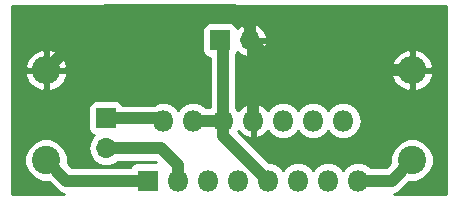
<source format=gbr>
G04 #@! TF.GenerationSoftware,KiCad,Pcbnew,(5.0.0)*
G04 #@! TF.CreationDate,2021-10-12T10:56:01+02:00*
G04 #@! TF.ProjectId,L298N,4C3239384E2E6B696361645F70636200,rev?*
G04 #@! TF.SameCoordinates,Original*
G04 #@! TF.FileFunction,Copper,L1,Top,Signal*
G04 #@! TF.FilePolarity,Positive*
%FSLAX46Y46*%
G04 Gerber Fmt 4.6, Leading zero omitted, Abs format (unit mm)*
G04 Created by KiCad (PCBNEW (5.0.0)) date 10/12/21 10:56:01*
%MOMM*%
%LPD*%
G01*
G04 APERTURE LIST*
G04 #@! TA.AperFunction,ComponentPad*
%ADD10O,2.400000X2.400000*%
G04 #@! TD*
G04 #@! TA.AperFunction,ComponentPad*
%ADD11C,2.400000*%
G04 #@! TD*
G04 #@! TA.AperFunction,ComponentPad*
%ADD12R,1.700000X1.700000*%
G04 #@! TD*
G04 #@! TA.AperFunction,ComponentPad*
%ADD13O,1.700000X1.700000*%
G04 #@! TD*
G04 #@! TA.AperFunction,ComponentPad*
%ADD14R,1.800000X1.800000*%
G04 #@! TD*
G04 #@! TA.AperFunction,ComponentPad*
%ADD15O,1.800000X1.800000*%
G04 #@! TD*
G04 #@! TA.AperFunction,Conductor*
%ADD16C,1.000000*%
G04 #@! TD*
G04 #@! TA.AperFunction,Conductor*
%ADD17C,0.254000*%
G04 #@! TD*
G04 APERTURE END LIST*
D10*
G04 #@! TO.P,R2,2*
G04 #@! TO.N,GND*
X170180000Y-94996000D03*
D11*
G04 #@! TO.P,R2,1*
G04 #@! TO.N,Net-(R2-Pad1)*
X170180000Y-102616000D03*
G04 #@! TD*
D12*
G04 #@! TO.P,J1,1*
G04 #@! TO.N,+5V*
X153924000Y-92456000D03*
D13*
G04 #@! TO.P,J1,2*
G04 #@! TO.N,GND*
X156464000Y-92456000D03*
G04 #@! TD*
D12*
G04 #@! TO.P,M1,1*
G04 #@! TO.N,Net-(M1-Pad1)*
X144272000Y-99060000D03*
D13*
G04 #@! TO.P,M1,2*
G04 #@! TO.N,Net-(M1-Pad2)*
X144272000Y-101600000D03*
G04 #@! TD*
D11*
G04 #@! TO.P,R1,1*
G04 #@! TO.N,Net-(R1-Pad1)*
X139192000Y-102616000D03*
D10*
G04 #@! TO.P,R1,2*
G04 #@! TO.N,GND*
X139192000Y-94996000D03*
G04 #@! TD*
D14*
G04 #@! TO.P,U1,1*
G04 #@! TO.N,Net-(R1-Pad1)*
X147828000Y-104343001D03*
D15*
G04 #@! TO.P,U1,2*
G04 #@! TO.N,Net-(M1-Pad1)*
X149098000Y-99263001D03*
G04 #@! TO.P,U1,3*
G04 #@! TO.N,Net-(M1-Pad2)*
X150368000Y-104343001D03*
G04 #@! TO.P,U1,4*
G04 #@! TO.N,+5V*
X151638000Y-99263001D03*
G04 #@! TO.P,U1,5*
G04 #@! TO.N,N/C*
X152908000Y-104343001D03*
G04 #@! TO.P,U1,6*
G04 #@! TO.N,+5V*
X154178000Y-99263001D03*
G04 #@! TO.P,U1,7*
G04 #@! TO.N,N/C*
X155448000Y-104343001D03*
G04 #@! TO.P,U1,8*
G04 #@! TO.N,GND*
X156718000Y-99263001D03*
G04 #@! TO.P,U1,9*
G04 #@! TO.N,+5V*
X157988000Y-104343001D03*
G04 #@! TO.P,U1,10*
G04 #@! TO.N,N/C*
X159258000Y-99263001D03*
G04 #@! TO.P,U1,11*
X160528000Y-104343001D03*
G04 #@! TO.P,U1,12*
X161798000Y-99263001D03*
G04 #@! TO.P,U1,13*
X163068000Y-104343001D03*
G04 #@! TO.P,U1,14*
X164338000Y-99263001D03*
G04 #@! TO.P,U1,15*
G04 #@! TO.N,Net-(R2-Pad1)*
X165608000Y-104343001D03*
G04 #@! TD*
D16*
G04 #@! TO.N,Net-(R1-Pad1)*
X140919001Y-104343001D02*
X139192000Y-102616000D01*
X147828000Y-104343001D02*
X140919001Y-104343001D01*
G04 #@! TO.N,Net-(M1-Pad1)*
X148894999Y-99060000D02*
X149098000Y-99263001D01*
X144272000Y-99060000D02*
X148894999Y-99060000D01*
G04 #@! TO.N,Net-(M1-Pad2)*
X150368000Y-103070209D02*
X150368000Y-104343001D01*
X148897791Y-101600000D02*
X150368000Y-103070209D01*
X144272000Y-101600000D02*
X148897791Y-101600000D01*
G04 #@! TO.N,+5V*
X157988000Y-104343001D02*
X154432000Y-100787001D01*
X154178000Y-100535793D02*
X154178000Y-99263001D01*
X154429208Y-100787001D02*
X154178000Y-100535793D01*
X154432000Y-100787001D02*
X154429208Y-100787001D01*
X151638000Y-99263001D02*
X154178000Y-99263001D01*
X154178000Y-92710000D02*
X153924000Y-92456000D01*
X154178000Y-99263001D02*
X154178000Y-92710000D01*
G04 #@! TO.N,GND*
X156718000Y-92710000D02*
X156464000Y-92456000D01*
X156718000Y-99263001D02*
X156718000Y-92710000D01*
X159004000Y-94996000D02*
X156464000Y-92456000D01*
X170180000Y-94996000D02*
X159004000Y-94996000D01*
X156464000Y-91253919D02*
X156464000Y-92456000D01*
X155126081Y-89916000D02*
X156464000Y-91253919D01*
X144272000Y-89916000D02*
X155126081Y-89916000D01*
X139192000Y-94996000D02*
X144272000Y-89916000D01*
G04 #@! TO.N,Net-(R2-Pad1)*
X168452999Y-104343001D02*
X170180000Y-102616000D01*
X165608000Y-104343001D02*
X168452999Y-104343001D01*
G04 #@! TD*
D17*
G04 #@! TO.N,GND*
G36*
X173026000Y-105462000D02*
X168645225Y-105462000D01*
X168895854Y-105412147D01*
X169271288Y-105161290D01*
X169334612Y-105066519D01*
X169950131Y-104451000D01*
X170545004Y-104451000D01*
X171219444Y-104171638D01*
X171735638Y-103655444D01*
X172015000Y-102981004D01*
X172015000Y-102250996D01*
X171735638Y-101576556D01*
X171219444Y-101060362D01*
X170545004Y-100781000D01*
X169814996Y-100781000D01*
X169140556Y-101060362D01*
X168624362Y-101576556D01*
X168345000Y-102250996D01*
X168345000Y-102845869D01*
X167982868Y-103208001D01*
X166672279Y-103208001D01*
X166206927Y-102897063D01*
X165759182Y-102808001D01*
X165456818Y-102808001D01*
X165009073Y-102897063D01*
X164501327Y-103236328D01*
X164338000Y-103480764D01*
X164174673Y-103236328D01*
X163666927Y-102897063D01*
X163219182Y-102808001D01*
X162916818Y-102808001D01*
X162469073Y-102897063D01*
X161961327Y-103236328D01*
X161798000Y-103480764D01*
X161634673Y-103236328D01*
X161126927Y-102897063D01*
X160679182Y-102808001D01*
X160376818Y-102808001D01*
X159929073Y-102897063D01*
X159421327Y-103236328D01*
X159258000Y-103480764D01*
X159094673Y-103236328D01*
X158586927Y-102897063D01*
X158139182Y-102808001D01*
X158058132Y-102808001D01*
X155418908Y-100168778D01*
X155455624Y-100113827D01*
X155810424Y-100500967D01*
X156353258Y-100754047D01*
X156591000Y-100633998D01*
X156591000Y-99390001D01*
X156571000Y-99390001D01*
X156571000Y-99136001D01*
X156591000Y-99136001D01*
X156591000Y-97892004D01*
X156845000Y-97892004D01*
X156845000Y-99136001D01*
X156865000Y-99136001D01*
X156865000Y-99390001D01*
X156845000Y-99390001D01*
X156845000Y-100633998D01*
X157082742Y-100754047D01*
X157625576Y-100500967D01*
X157980376Y-100113827D01*
X158151327Y-100369674D01*
X158659073Y-100708939D01*
X159106818Y-100798001D01*
X159409182Y-100798001D01*
X159856927Y-100708939D01*
X160364673Y-100369674D01*
X160528000Y-100125238D01*
X160691327Y-100369674D01*
X161199073Y-100708939D01*
X161646818Y-100798001D01*
X161949182Y-100798001D01*
X162396927Y-100708939D01*
X162904673Y-100369674D01*
X163068000Y-100125238D01*
X163231327Y-100369674D01*
X163739073Y-100708939D01*
X164186818Y-100798001D01*
X164489182Y-100798001D01*
X164936927Y-100708939D01*
X165444673Y-100369674D01*
X165783938Y-99861928D01*
X165903072Y-99263001D01*
X165783938Y-98664074D01*
X165444673Y-98156328D01*
X164936927Y-97817063D01*
X164489182Y-97728001D01*
X164186818Y-97728001D01*
X163739073Y-97817063D01*
X163231327Y-98156328D01*
X163068000Y-98400764D01*
X162904673Y-98156328D01*
X162396927Y-97817063D01*
X161949182Y-97728001D01*
X161646818Y-97728001D01*
X161199073Y-97817063D01*
X160691327Y-98156328D01*
X160528000Y-98400764D01*
X160364673Y-98156328D01*
X159856927Y-97817063D01*
X159409182Y-97728001D01*
X159106818Y-97728001D01*
X158659073Y-97817063D01*
X158151327Y-98156328D01*
X157980376Y-98412175D01*
X157625576Y-98025035D01*
X157082742Y-97771955D01*
X156845000Y-97892004D01*
X156591000Y-97892004D01*
X156353258Y-97771955D01*
X155810424Y-98025035D01*
X155455624Y-98412175D01*
X155313000Y-98198722D01*
X155313000Y-95407807D01*
X168391797Y-95407807D01*
X168685508Y-96060776D01*
X169206742Y-96551642D01*
X169768195Y-96784195D01*
X170053000Y-96667432D01*
X170053000Y-95123000D01*
X170307000Y-95123000D01*
X170307000Y-96667432D01*
X170591805Y-96784195D01*
X171153258Y-96551642D01*
X171674492Y-96060776D01*
X171968203Y-95407807D01*
X171851858Y-95123000D01*
X170307000Y-95123000D01*
X170053000Y-95123000D01*
X168508142Y-95123000D01*
X168391797Y-95407807D01*
X155313000Y-95407807D01*
X155313000Y-94584193D01*
X168391797Y-94584193D01*
X168508142Y-94869000D01*
X170053000Y-94869000D01*
X170053000Y-93324568D01*
X170307000Y-93324568D01*
X170307000Y-94869000D01*
X171851858Y-94869000D01*
X171968203Y-94584193D01*
X171674492Y-93931224D01*
X171153258Y-93440358D01*
X170591805Y-93207805D01*
X170307000Y-93324568D01*
X170053000Y-93324568D01*
X169768195Y-93207805D01*
X169206742Y-93440358D01*
X168685508Y-93931224D01*
X168391797Y-94584193D01*
X155313000Y-94584193D01*
X155313000Y-93642299D01*
X155372157Y-93553765D01*
X155392739Y-93450292D01*
X155697076Y-93727645D01*
X156107110Y-93897476D01*
X156337000Y-93776155D01*
X156337000Y-92583000D01*
X156591000Y-92583000D01*
X156591000Y-93776155D01*
X156820890Y-93897476D01*
X157230924Y-93727645D01*
X157659183Y-93337358D01*
X157905486Y-92812892D01*
X157784819Y-92583000D01*
X156591000Y-92583000D01*
X156337000Y-92583000D01*
X156317000Y-92583000D01*
X156317000Y-92329000D01*
X156337000Y-92329000D01*
X156337000Y-91135845D01*
X156591000Y-91135845D01*
X156591000Y-92329000D01*
X157784819Y-92329000D01*
X157905486Y-92099108D01*
X157659183Y-91574642D01*
X157230924Y-91184355D01*
X156820890Y-91014524D01*
X156591000Y-91135845D01*
X156337000Y-91135845D01*
X156107110Y-91014524D01*
X155697076Y-91184355D01*
X155392739Y-91461708D01*
X155372157Y-91358235D01*
X155231809Y-91148191D01*
X155021765Y-91007843D01*
X154774000Y-90958560D01*
X153074000Y-90958560D01*
X152826235Y-91007843D01*
X152616191Y-91148191D01*
X152475843Y-91358235D01*
X152426560Y-91606000D01*
X152426560Y-93306000D01*
X152475843Y-93553765D01*
X152616191Y-93763809D01*
X152826235Y-93904157D01*
X153043001Y-93947274D01*
X153043000Y-98128001D01*
X152702279Y-98128001D01*
X152236927Y-97817063D01*
X151789182Y-97728001D01*
X151486818Y-97728001D01*
X151039073Y-97817063D01*
X150531327Y-98156328D01*
X150368000Y-98400764D01*
X150204673Y-98156328D01*
X149696927Y-97817063D01*
X149249182Y-97728001D01*
X148946818Y-97728001D01*
X148499073Y-97817063D01*
X148337534Y-97925000D01*
X145695277Y-97925000D01*
X145579809Y-97752191D01*
X145369765Y-97611843D01*
X145122000Y-97562560D01*
X143422000Y-97562560D01*
X143174235Y-97611843D01*
X142964191Y-97752191D01*
X142823843Y-97962235D01*
X142774560Y-98210000D01*
X142774560Y-99910000D01*
X142823843Y-100157765D01*
X142964191Y-100367809D01*
X143174235Y-100508157D01*
X143219619Y-100517184D01*
X143201375Y-100529375D01*
X142873161Y-101020582D01*
X142757908Y-101600000D01*
X142873161Y-102179418D01*
X143201375Y-102670625D01*
X143692582Y-102998839D01*
X144125744Y-103085000D01*
X144418256Y-103085000D01*
X144851418Y-102998839D01*
X145246281Y-102735000D01*
X148427659Y-102735000D01*
X148488220Y-102795561D01*
X146928000Y-102795561D01*
X146680235Y-102844844D01*
X146470191Y-102985192D01*
X146329843Y-103195236D01*
X146327304Y-103208001D01*
X141389133Y-103208001D01*
X141027000Y-102845868D01*
X141027000Y-102250996D01*
X140747638Y-101576556D01*
X140231444Y-101060362D01*
X139557004Y-100781000D01*
X138826996Y-100781000D01*
X138152556Y-101060362D01*
X137636362Y-101576556D01*
X137357000Y-102250996D01*
X137357000Y-102981004D01*
X137636362Y-103655444D01*
X138152556Y-104171638D01*
X138826996Y-104451000D01*
X139421868Y-104451000D01*
X140037390Y-105066522D01*
X140100712Y-105161290D01*
X140476146Y-105412147D01*
X140726775Y-105462000D01*
X136346000Y-105462000D01*
X136346000Y-95407807D01*
X137403797Y-95407807D01*
X137697508Y-96060776D01*
X138218742Y-96551642D01*
X138780195Y-96784195D01*
X139065000Y-96667432D01*
X139065000Y-95123000D01*
X139319000Y-95123000D01*
X139319000Y-96667432D01*
X139603805Y-96784195D01*
X140165258Y-96551642D01*
X140686492Y-96060776D01*
X140980203Y-95407807D01*
X140863858Y-95123000D01*
X139319000Y-95123000D01*
X139065000Y-95123000D01*
X137520142Y-95123000D01*
X137403797Y-95407807D01*
X136346000Y-95407807D01*
X136346000Y-94584193D01*
X137403797Y-94584193D01*
X137520142Y-94869000D01*
X139065000Y-94869000D01*
X139065000Y-93324568D01*
X139319000Y-93324568D01*
X139319000Y-94869000D01*
X140863858Y-94869000D01*
X140980203Y-94584193D01*
X140686492Y-93931224D01*
X140165258Y-93440358D01*
X139603805Y-93207805D01*
X139319000Y-93324568D01*
X139065000Y-93324568D01*
X138780195Y-93207805D01*
X138218742Y-93440358D01*
X137697508Y-93931224D01*
X137403797Y-94584193D01*
X136346000Y-94584193D01*
X136346000Y-89610000D01*
X173026001Y-89610000D01*
X173026000Y-105462000D01*
X173026000Y-105462000D01*
G37*
X173026000Y-105462000D02*
X168645225Y-105462000D01*
X168895854Y-105412147D01*
X169271288Y-105161290D01*
X169334612Y-105066519D01*
X169950131Y-104451000D01*
X170545004Y-104451000D01*
X171219444Y-104171638D01*
X171735638Y-103655444D01*
X172015000Y-102981004D01*
X172015000Y-102250996D01*
X171735638Y-101576556D01*
X171219444Y-101060362D01*
X170545004Y-100781000D01*
X169814996Y-100781000D01*
X169140556Y-101060362D01*
X168624362Y-101576556D01*
X168345000Y-102250996D01*
X168345000Y-102845869D01*
X167982868Y-103208001D01*
X166672279Y-103208001D01*
X166206927Y-102897063D01*
X165759182Y-102808001D01*
X165456818Y-102808001D01*
X165009073Y-102897063D01*
X164501327Y-103236328D01*
X164338000Y-103480764D01*
X164174673Y-103236328D01*
X163666927Y-102897063D01*
X163219182Y-102808001D01*
X162916818Y-102808001D01*
X162469073Y-102897063D01*
X161961327Y-103236328D01*
X161798000Y-103480764D01*
X161634673Y-103236328D01*
X161126927Y-102897063D01*
X160679182Y-102808001D01*
X160376818Y-102808001D01*
X159929073Y-102897063D01*
X159421327Y-103236328D01*
X159258000Y-103480764D01*
X159094673Y-103236328D01*
X158586927Y-102897063D01*
X158139182Y-102808001D01*
X158058132Y-102808001D01*
X155418908Y-100168778D01*
X155455624Y-100113827D01*
X155810424Y-100500967D01*
X156353258Y-100754047D01*
X156591000Y-100633998D01*
X156591000Y-99390001D01*
X156571000Y-99390001D01*
X156571000Y-99136001D01*
X156591000Y-99136001D01*
X156591000Y-97892004D01*
X156845000Y-97892004D01*
X156845000Y-99136001D01*
X156865000Y-99136001D01*
X156865000Y-99390001D01*
X156845000Y-99390001D01*
X156845000Y-100633998D01*
X157082742Y-100754047D01*
X157625576Y-100500967D01*
X157980376Y-100113827D01*
X158151327Y-100369674D01*
X158659073Y-100708939D01*
X159106818Y-100798001D01*
X159409182Y-100798001D01*
X159856927Y-100708939D01*
X160364673Y-100369674D01*
X160528000Y-100125238D01*
X160691327Y-100369674D01*
X161199073Y-100708939D01*
X161646818Y-100798001D01*
X161949182Y-100798001D01*
X162396927Y-100708939D01*
X162904673Y-100369674D01*
X163068000Y-100125238D01*
X163231327Y-100369674D01*
X163739073Y-100708939D01*
X164186818Y-100798001D01*
X164489182Y-100798001D01*
X164936927Y-100708939D01*
X165444673Y-100369674D01*
X165783938Y-99861928D01*
X165903072Y-99263001D01*
X165783938Y-98664074D01*
X165444673Y-98156328D01*
X164936927Y-97817063D01*
X164489182Y-97728001D01*
X164186818Y-97728001D01*
X163739073Y-97817063D01*
X163231327Y-98156328D01*
X163068000Y-98400764D01*
X162904673Y-98156328D01*
X162396927Y-97817063D01*
X161949182Y-97728001D01*
X161646818Y-97728001D01*
X161199073Y-97817063D01*
X160691327Y-98156328D01*
X160528000Y-98400764D01*
X160364673Y-98156328D01*
X159856927Y-97817063D01*
X159409182Y-97728001D01*
X159106818Y-97728001D01*
X158659073Y-97817063D01*
X158151327Y-98156328D01*
X157980376Y-98412175D01*
X157625576Y-98025035D01*
X157082742Y-97771955D01*
X156845000Y-97892004D01*
X156591000Y-97892004D01*
X156353258Y-97771955D01*
X155810424Y-98025035D01*
X155455624Y-98412175D01*
X155313000Y-98198722D01*
X155313000Y-95407807D01*
X168391797Y-95407807D01*
X168685508Y-96060776D01*
X169206742Y-96551642D01*
X169768195Y-96784195D01*
X170053000Y-96667432D01*
X170053000Y-95123000D01*
X170307000Y-95123000D01*
X170307000Y-96667432D01*
X170591805Y-96784195D01*
X171153258Y-96551642D01*
X171674492Y-96060776D01*
X171968203Y-95407807D01*
X171851858Y-95123000D01*
X170307000Y-95123000D01*
X170053000Y-95123000D01*
X168508142Y-95123000D01*
X168391797Y-95407807D01*
X155313000Y-95407807D01*
X155313000Y-94584193D01*
X168391797Y-94584193D01*
X168508142Y-94869000D01*
X170053000Y-94869000D01*
X170053000Y-93324568D01*
X170307000Y-93324568D01*
X170307000Y-94869000D01*
X171851858Y-94869000D01*
X171968203Y-94584193D01*
X171674492Y-93931224D01*
X171153258Y-93440358D01*
X170591805Y-93207805D01*
X170307000Y-93324568D01*
X170053000Y-93324568D01*
X169768195Y-93207805D01*
X169206742Y-93440358D01*
X168685508Y-93931224D01*
X168391797Y-94584193D01*
X155313000Y-94584193D01*
X155313000Y-93642299D01*
X155372157Y-93553765D01*
X155392739Y-93450292D01*
X155697076Y-93727645D01*
X156107110Y-93897476D01*
X156337000Y-93776155D01*
X156337000Y-92583000D01*
X156591000Y-92583000D01*
X156591000Y-93776155D01*
X156820890Y-93897476D01*
X157230924Y-93727645D01*
X157659183Y-93337358D01*
X157905486Y-92812892D01*
X157784819Y-92583000D01*
X156591000Y-92583000D01*
X156337000Y-92583000D01*
X156317000Y-92583000D01*
X156317000Y-92329000D01*
X156337000Y-92329000D01*
X156337000Y-91135845D01*
X156591000Y-91135845D01*
X156591000Y-92329000D01*
X157784819Y-92329000D01*
X157905486Y-92099108D01*
X157659183Y-91574642D01*
X157230924Y-91184355D01*
X156820890Y-91014524D01*
X156591000Y-91135845D01*
X156337000Y-91135845D01*
X156107110Y-91014524D01*
X155697076Y-91184355D01*
X155392739Y-91461708D01*
X155372157Y-91358235D01*
X155231809Y-91148191D01*
X155021765Y-91007843D01*
X154774000Y-90958560D01*
X153074000Y-90958560D01*
X152826235Y-91007843D01*
X152616191Y-91148191D01*
X152475843Y-91358235D01*
X152426560Y-91606000D01*
X152426560Y-93306000D01*
X152475843Y-93553765D01*
X152616191Y-93763809D01*
X152826235Y-93904157D01*
X153043001Y-93947274D01*
X153043000Y-98128001D01*
X152702279Y-98128001D01*
X152236927Y-97817063D01*
X151789182Y-97728001D01*
X151486818Y-97728001D01*
X151039073Y-97817063D01*
X150531327Y-98156328D01*
X150368000Y-98400764D01*
X150204673Y-98156328D01*
X149696927Y-97817063D01*
X149249182Y-97728001D01*
X148946818Y-97728001D01*
X148499073Y-97817063D01*
X148337534Y-97925000D01*
X145695277Y-97925000D01*
X145579809Y-97752191D01*
X145369765Y-97611843D01*
X145122000Y-97562560D01*
X143422000Y-97562560D01*
X143174235Y-97611843D01*
X142964191Y-97752191D01*
X142823843Y-97962235D01*
X142774560Y-98210000D01*
X142774560Y-99910000D01*
X142823843Y-100157765D01*
X142964191Y-100367809D01*
X143174235Y-100508157D01*
X143219619Y-100517184D01*
X143201375Y-100529375D01*
X142873161Y-101020582D01*
X142757908Y-101600000D01*
X142873161Y-102179418D01*
X143201375Y-102670625D01*
X143692582Y-102998839D01*
X144125744Y-103085000D01*
X144418256Y-103085000D01*
X144851418Y-102998839D01*
X145246281Y-102735000D01*
X148427659Y-102735000D01*
X148488220Y-102795561D01*
X146928000Y-102795561D01*
X146680235Y-102844844D01*
X146470191Y-102985192D01*
X146329843Y-103195236D01*
X146327304Y-103208001D01*
X141389133Y-103208001D01*
X141027000Y-102845868D01*
X141027000Y-102250996D01*
X140747638Y-101576556D01*
X140231444Y-101060362D01*
X139557004Y-100781000D01*
X138826996Y-100781000D01*
X138152556Y-101060362D01*
X137636362Y-101576556D01*
X137357000Y-102250996D01*
X137357000Y-102981004D01*
X137636362Y-103655444D01*
X138152556Y-104171638D01*
X138826996Y-104451000D01*
X139421868Y-104451000D01*
X140037390Y-105066522D01*
X140100712Y-105161290D01*
X140476146Y-105412147D01*
X140726775Y-105462000D01*
X136346000Y-105462000D01*
X136346000Y-95407807D01*
X137403797Y-95407807D01*
X137697508Y-96060776D01*
X138218742Y-96551642D01*
X138780195Y-96784195D01*
X139065000Y-96667432D01*
X139065000Y-95123000D01*
X139319000Y-95123000D01*
X139319000Y-96667432D01*
X139603805Y-96784195D01*
X140165258Y-96551642D01*
X140686492Y-96060776D01*
X140980203Y-95407807D01*
X140863858Y-95123000D01*
X139319000Y-95123000D01*
X139065000Y-95123000D01*
X137520142Y-95123000D01*
X137403797Y-95407807D01*
X136346000Y-95407807D01*
X136346000Y-94584193D01*
X137403797Y-94584193D01*
X137520142Y-94869000D01*
X139065000Y-94869000D01*
X139065000Y-93324568D01*
X139319000Y-93324568D01*
X139319000Y-94869000D01*
X140863858Y-94869000D01*
X140980203Y-94584193D01*
X140686492Y-93931224D01*
X140165258Y-93440358D01*
X139603805Y-93207805D01*
X139319000Y-93324568D01*
X139065000Y-93324568D01*
X138780195Y-93207805D01*
X138218742Y-93440358D01*
X137697508Y-93931224D01*
X137403797Y-94584193D01*
X136346000Y-94584193D01*
X136346000Y-89610000D01*
X173026001Y-89610000D01*
X173026000Y-105462000D01*
G04 #@! TD*
M02*

</source>
